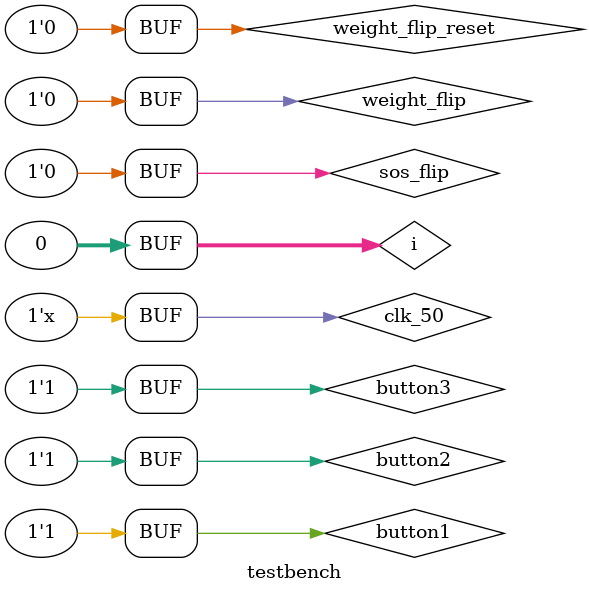
<source format=v>
module testbench;
    reg clk_50, button1, button2, button3, sos_flip, weight_flip, weight_flip_reset;
    wire clk, led1, led2, led3, floor1, floor2, floor3, door, moving, sos_mode, weight_limit_exceeded;

    integer i = 0;

    always #1 clk_50 <= ~clk_50;
    always #1
        $strobe(
            "led1:%b,led2:%b,led3:%b,floor1:%b,floor2:%b,floor3:%b,door:%b,sos_mode:%b,weight_limit_exceeded:%b",
            led1,
            led2,
            led3,
            floor1,
            floor2,
            floor3,
            door,
            sos_mode,
            weight_limit_exceeded
        );

    TOP TOP (
        clk_50,
        clk,
        button1,
        button2,
        button3,
        sos_flip,
        weight_flip,
        weight_flip_reset,
        led1,
        led2,
        led3,
        floor1,
        floor2,
        floor3,
        door,
        moving,
        sos_mode,
        weight_limit_exceeded
    );

    initial begin
        clk_50 = 1'b0;
        button1 = 1'b1;
        button2 = 1'b1;
        button3 = 1'b1;
        sos_flip = 1'b0;
        weight_flip = 1'b0;
        weight_flip_reset = 1'b0;
        //#10 for (i = 0; i <= 6; i = i + 1) increase_people;
        #20 press_button3;
        #30 press_button1;
        #20 press_button2;
    end

    task reset_weight;
        begin
            #1 weight_flip_reset = ~weight_flip_reset;
            #1 weight_flip_reset = ~weight_flip_reset;
        end
    endtask

    task increase_people;
        begin
            #1 weight_flip = ~weight_flip;
            #1 weight_flip = ~weight_flip;
        end
    endtask

    task toggle_sos;
        begin
            #5 sos_flip = ~sos_flip;
        end
    endtask

    task press_button1;
        begin
            #0.5 button1 = ~button1;
            #0.5 button1 = ~button1;
        end
    endtask

    task press_button2;
        begin
            #0.5 button2 = ~button2;
            #0.5 button2 = ~button2;
        end
    endtask

    task press_button3;
        begin
            #0.5 button3 = ~button3;
            #0.5 button3 = ~button3;
        end
    endtask
endmodule

</source>
